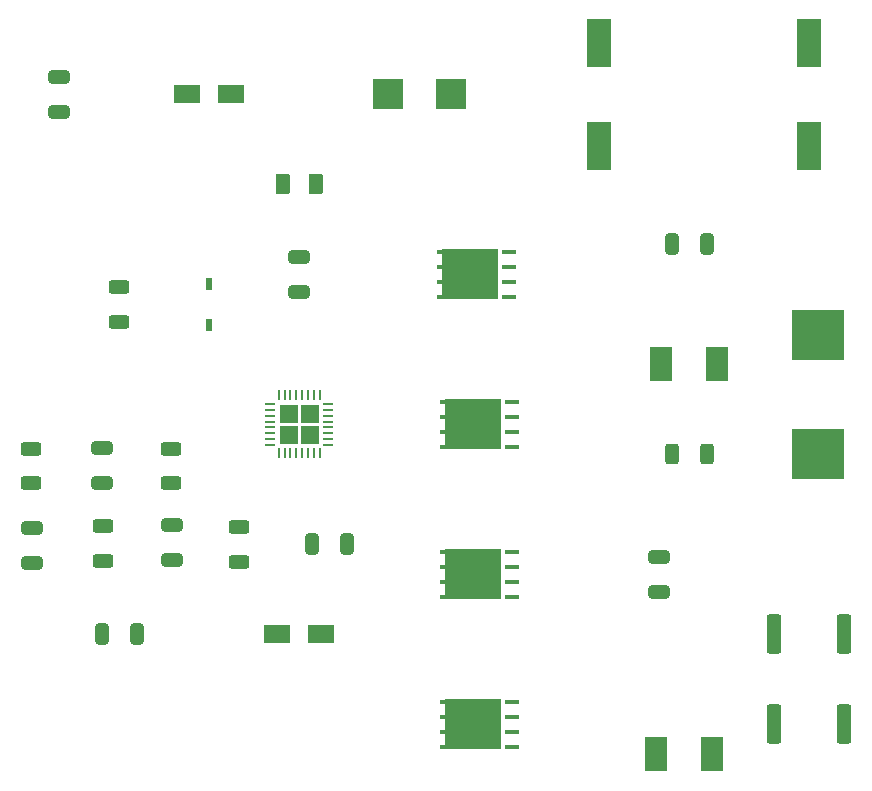
<source format=gtp>
%TF.GenerationSoftware,KiCad,Pcbnew,7.0.2*%
%TF.CreationDate,2023-06-26T22:08:20-07:00*%
%TF.ProjectId,19V 10A Standalone,31395620-3130-4412-9053-74616e64616c,rev?*%
%TF.SameCoordinates,Original*%
%TF.FileFunction,Paste,Top*%
%TF.FilePolarity,Positive*%
%FSLAX46Y46*%
G04 Gerber Fmt 4.6, Leading zero omitted, Abs format (unit mm)*
G04 Created by KiCad (PCBNEW 7.0.2) date 2023-06-26 22:08:20*
%MOMM*%
%LPD*%
G01*
G04 APERTURE LIST*
G04 Aperture macros list*
%AMRoundRect*
0 Rectangle with rounded corners*
0 $1 Rounding radius*
0 $2 $3 $4 $5 $6 $7 $8 $9 X,Y pos of 4 corners*
0 Add a 4 corners polygon primitive as box body*
4,1,4,$2,$3,$4,$5,$6,$7,$8,$9,$2,$3,0*
0 Add four circle primitives for the rounded corners*
1,1,$1+$1,$2,$3*
1,1,$1+$1,$4,$5*
1,1,$1+$1,$6,$7*
1,1,$1+$1,$8,$9*
0 Add four rect primitives between the rounded corners*
20,1,$1+$1,$2,$3,$4,$5,0*
20,1,$1+$1,$4,$5,$6,$7,0*
20,1,$1+$1,$6,$7,$8,$9,0*
20,1,$1+$1,$8,$9,$2,$3,0*%
G04 Aperture macros list end*
%ADD10R,2.184400X1.625600*%
%ADD11RoundRect,0.250000X-0.625000X0.312500X-0.625000X-0.312500X0.625000X-0.312500X0.625000X0.312500X0*%
%ADD12R,2.000000X4.100000*%
%ADD13RoundRect,0.250000X-0.375000X-0.625000X0.375000X-0.625000X0.375000X0.625000X-0.375000X0.625000X0*%
%ADD14RoundRect,0.250000X0.650000X-0.325000X0.650000X0.325000X-0.650000X0.325000X-0.650000X-0.325000X0*%
%ADD15RoundRect,0.250000X0.625000X-0.312500X0.625000X0.312500X-0.625000X0.312500X-0.625000X-0.312500X0*%
%ADD16R,4.521200X4.241800*%
%ADD17R,1.143000X0.431800*%
%ADD18R,0.965200X0.431800*%
%ADD19R,4.700600X4.241800*%
%ADD20RoundRect,0.250000X-0.650000X0.325000X-0.650000X-0.325000X0.650000X-0.325000X0.650000X0.325000X0*%
%ADD21R,1.917700X2.997200*%
%ADD22RoundRect,0.250000X-0.362500X-1.425000X0.362500X-1.425000X0.362500X1.425000X-0.362500X1.425000X0*%
%ADD23R,2.560396X2.499995*%
%ADD24R,0.804800X0.249200*%
%ADD25R,0.249200X0.804800*%
%ADD26RoundRect,0.250000X-0.312500X-0.625000X0.312500X-0.625000X0.312500X0.625000X-0.312500X0.625000X0*%
%ADD27RoundRect,0.250000X0.325000X0.650000X-0.325000X0.650000X-0.325000X-0.650000X0.325000X-0.650000X0*%
%ADD28RoundRect,0.250000X-0.325000X-0.650000X0.325000X-0.650000X0.325000X0.650000X-0.325000X0.650000X0*%
%ADD29R,0.600800X1.111200*%
G04 APERTURE END LIST*
G36*
X121820000Y-73560000D02*
G01*
X120245000Y-73560000D01*
X120245000Y-71985000D01*
X121820000Y-71985000D01*
X121820000Y-73560000D01*
G37*
G36*
X121820000Y-75335000D02*
G01*
X120245000Y-75335000D01*
X120245000Y-73760000D01*
X121820000Y-73760000D01*
X121820000Y-75335000D01*
G37*
G36*
X123595000Y-73560000D02*
G01*
X122020000Y-73560000D01*
X122020000Y-71985000D01*
X123595000Y-71985000D01*
X123595000Y-73560000D01*
G37*
G36*
X123595000Y-75335000D02*
G01*
X122020000Y-75335000D01*
X122020000Y-73760000D01*
X123595000Y-73760000D01*
X123595000Y-75335000D01*
G37*
D10*
X112445800Y-45720000D03*
X116154200Y-45720000D03*
D11*
X116840000Y-82357500D03*
X116840000Y-85282500D03*
D12*
X147320000Y-50070000D03*
X147320000Y-41370000D03*
D13*
X120520000Y-53340000D03*
X123320000Y-53340000D03*
D14*
X99253339Y-85351580D03*
X99253339Y-82401580D03*
D15*
X105326697Y-85185046D03*
X105326697Y-82260046D03*
D10*
X120065800Y-91440000D03*
X123774200Y-91440000D03*
D16*
X165798500Y-66045001D03*
X165798500Y-76194999D03*
D15*
X111044840Y-78641718D03*
X111044840Y-75716718D03*
D17*
X139966700Y-75565000D03*
X139966700Y-74295000D03*
X139966700Y-73025000D03*
X139966700Y-71755000D03*
D18*
X134264400Y-71755000D03*
X134264400Y-73025000D03*
X134264400Y-74295000D03*
D19*
X136614700Y-73660000D03*
D18*
X134264400Y-75565000D03*
D20*
X101600000Y-44245000D03*
X101600000Y-47195000D03*
D17*
X139966700Y-100965000D03*
X139966700Y-99695000D03*
X139966700Y-98425000D03*
X139966700Y-97155000D03*
D18*
X134264400Y-97155000D03*
X134264400Y-98425000D03*
X134264400Y-99695000D03*
D19*
X136614700Y-99060000D03*
D18*
X134264400Y-100965000D03*
D20*
X111131291Y-82167392D03*
X111131291Y-85117392D03*
D21*
X152148950Y-101600000D03*
X156886050Y-101600000D03*
D22*
X162137500Y-99060000D03*
X168062500Y-99060000D03*
D11*
X106680000Y-62037500D03*
X106680000Y-64962500D03*
D22*
X162137500Y-91440000D03*
X168062500Y-91440000D03*
D23*
X129407806Y-45720000D03*
X134752194Y-45720000D03*
D21*
X152571450Y-68580000D03*
X157308550Y-68580000D03*
D24*
X119467600Y-71910001D03*
X119467600Y-72410000D03*
X119467600Y-72909999D03*
X119467600Y-73410000D03*
X119467600Y-73910000D03*
X119467600Y-74410001D03*
X119467600Y-74910000D03*
X119467600Y-75409999D03*
D25*
X120170001Y-76112400D03*
X120670000Y-76112400D03*
X121169999Y-76112400D03*
X121670000Y-76112400D03*
X122170000Y-76112400D03*
X122670001Y-76112400D03*
X123170000Y-76112400D03*
X123669999Y-76112400D03*
D24*
X124372400Y-75409999D03*
X124372400Y-74910000D03*
X124372400Y-74410001D03*
X124372400Y-73910000D03*
X124372400Y-73410000D03*
X124372400Y-72909999D03*
X124372400Y-72410000D03*
X124372400Y-71910001D03*
D25*
X123669999Y-71207600D03*
X123170000Y-71207600D03*
X122670001Y-71207600D03*
X122170000Y-71207600D03*
X121670000Y-71207600D03*
X121169999Y-71207600D03*
X120670000Y-71207600D03*
X120170001Y-71207600D03*
D26*
X153477500Y-76200000D03*
X156402500Y-76200000D03*
D12*
X165100000Y-50070000D03*
X165100000Y-41370000D03*
D20*
X121920000Y-59485000D03*
X121920000Y-62435000D03*
D17*
X139966700Y-88265000D03*
X139966700Y-86995000D03*
X139966700Y-85725000D03*
X139966700Y-84455000D03*
D18*
X134264400Y-84455000D03*
X134264400Y-85725000D03*
X134264400Y-86995000D03*
D19*
X136614700Y-86360000D03*
D18*
X134264400Y-88265000D03*
D14*
X105213005Y-78638651D03*
X105213005Y-75688651D03*
X152400000Y-87835000D03*
X152400000Y-84885000D03*
D15*
X99210897Y-78630716D03*
X99210897Y-75705716D03*
D17*
X139700000Y-62865000D03*
X139700000Y-61595000D03*
X139700000Y-60325000D03*
X139700000Y-59055000D03*
D18*
X133997700Y-59055000D03*
X133997700Y-60325000D03*
X133997700Y-61595000D03*
D19*
X136348000Y-60960000D03*
D18*
X133997700Y-62865000D03*
D27*
X125935000Y-83820000D03*
X122985000Y-83820000D03*
D28*
X153465000Y-58420000D03*
X156415000Y-58420000D03*
D27*
X108155000Y-91440000D03*
X105205000Y-91440000D03*
D29*
X114300000Y-61775000D03*
X114300000Y-65225000D03*
M02*

</source>
